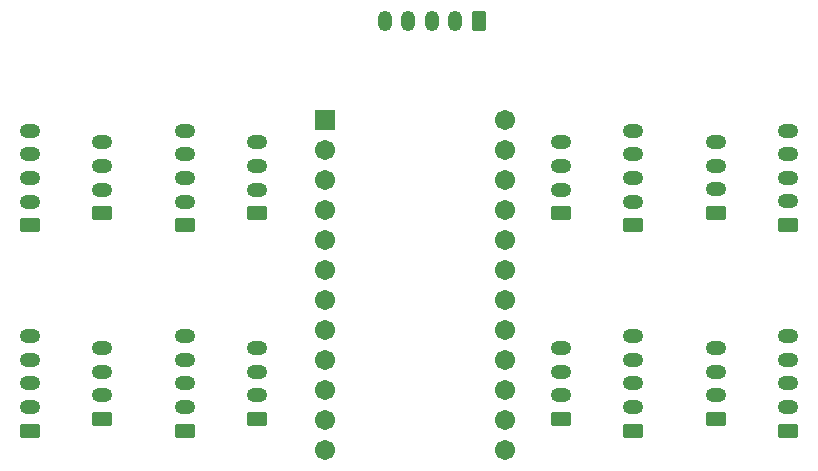
<source format=gbr>
%TF.GenerationSoftware,KiCad,Pcbnew,8.0.5*%
%TF.CreationDate,2025-12-20T23:08:16+05:30*%
%TF.ProjectId,I2C_MUX,4932435f-4d55-4582-9e6b-696361645f70,rev?*%
%TF.SameCoordinates,Original*%
%TF.FileFunction,Soldermask,Bot*%
%TF.FilePolarity,Negative*%
%FSLAX46Y46*%
G04 Gerber Fmt 4.6, Leading zero omitted, Abs format (unit mm)*
G04 Created by KiCad (PCBNEW 8.0.5) date 2025-12-20 23:08:16*
%MOMM*%
%LPD*%
G01*
G04 APERTURE LIST*
G04 Aperture macros list*
%AMRoundRect*
0 Rectangle with rounded corners*
0 $1 Rounding radius*
0 $2 $3 $4 $5 $6 $7 $8 $9 X,Y pos of 4 corners*
0 Add a 4 corners polygon primitive as box body*
4,1,4,$2,$3,$4,$5,$6,$7,$8,$9,$2,$3,0*
0 Add four circle primitives for the rounded corners*
1,1,$1+$1,$2,$3*
1,1,$1+$1,$4,$5*
1,1,$1+$1,$6,$7*
1,1,$1+$1,$8,$9*
0 Add four rect primitives between the rounded corners*
20,1,$1+$1,$2,$3,$4,$5,0*
20,1,$1+$1,$4,$5,$6,$7,0*
20,1,$1+$1,$6,$7,$8,$9,0*
20,1,$1+$1,$8,$9,$2,$3,0*%
G04 Aperture macros list end*
%ADD10RoundRect,0.250000X0.350000X0.625000X-0.350000X0.625000X-0.350000X-0.625000X0.350000X-0.625000X0*%
%ADD11O,1.200000X1.750000*%
%ADD12RoundRect,0.250000X0.625000X-0.350000X0.625000X0.350000X-0.625000X0.350000X-0.625000X-0.350000X0*%
%ADD13O,1.750000X1.200000*%
%ADD14RoundRect,0.102000X-0.754000X-0.754000X0.754000X-0.754000X0.754000X0.754000X-0.754000X0.754000X0*%
%ADD15C,1.712000*%
G04 APERTURE END LIST*
D10*
%TO.C,J1*%
X148670000Y-62390000D03*
D11*
X146670000Y-62390000D03*
X144670000Y-62390000D03*
X142670000Y-62390000D03*
X140670000Y-62390000D03*
%TD*%
D12*
%TO.C,EN3*%
X110630000Y-97050000D03*
D13*
X110630000Y-95050000D03*
X110630000Y-93050000D03*
X110630000Y-91050000D03*
X110630000Y-89050000D03*
%TD*%
D12*
%TO.C,IMU2*%
X116730000Y-78650000D03*
D13*
X116730000Y-76650000D03*
X116730000Y-74650000D03*
X116730000Y-72650000D03*
%TD*%
D12*
%TO.C,IMU5*%
X168720000Y-96050000D03*
D13*
X168720000Y-94050000D03*
X168720000Y-92050000D03*
X168720000Y-90050000D03*
%TD*%
D12*
%TO.C,EN7*%
X174820000Y-79640000D03*
D13*
X174820000Y-77640000D03*
X174820000Y-75640000D03*
X174820000Y-73640000D03*
X174820000Y-71640000D03*
%TD*%
D12*
%TO.C,IMU3*%
X116730000Y-96050000D03*
D13*
X116730000Y-94050000D03*
X116730000Y-92050000D03*
X116730000Y-90050000D03*
%TD*%
D12*
%TO.C,EN8*%
X161720000Y-79650000D03*
D13*
X161720000Y-77650000D03*
X161720000Y-75650000D03*
X161720000Y-73650000D03*
X161720000Y-71650000D03*
%TD*%
D12*
%TO.C,EN4*%
X123730000Y-97050000D03*
D13*
X123730000Y-95050000D03*
X123730000Y-93050000D03*
X123730000Y-91050000D03*
X123730000Y-89050000D03*
%TD*%
D12*
%TO.C,IMU7*%
X168720000Y-78630000D03*
D13*
X168720000Y-76630000D03*
X168720000Y-74630000D03*
X168720000Y-72630000D03*
%TD*%
D12*
%TO.C,IMU6*%
X155620000Y-96050000D03*
D13*
X155620000Y-94050000D03*
X155620000Y-92050000D03*
X155620000Y-90050000D03*
%TD*%
D12*
%TO.C,EN6*%
X161720000Y-97050000D03*
D13*
X161720000Y-95050000D03*
X161720000Y-93050000D03*
X161720000Y-91050000D03*
X161720000Y-89050000D03*
%TD*%
D12*
%TO.C,IMU8*%
X155620000Y-78650000D03*
D13*
X155620000Y-76650000D03*
X155620000Y-74650000D03*
X155620000Y-72650000D03*
%TD*%
D14*
%TO.C,U1*%
X135660000Y-70720000D03*
D15*
X135660000Y-73260000D03*
X135660000Y-75800000D03*
X135660000Y-78340000D03*
X135660000Y-80880000D03*
X135660000Y-83420000D03*
X135660000Y-85960000D03*
X135660000Y-88500000D03*
X135660000Y-91040000D03*
X135660000Y-93580000D03*
X135660000Y-96120000D03*
X135660000Y-98660000D03*
X150900000Y-98660000D03*
X150900000Y-96120000D03*
X150900000Y-93580000D03*
X150900000Y-91040000D03*
X150900000Y-88500000D03*
X150900000Y-85960000D03*
X150900000Y-83420000D03*
X150900000Y-80880000D03*
X150900000Y-78340000D03*
X150900000Y-75800000D03*
X150900000Y-73260000D03*
X150900000Y-70720000D03*
%TD*%
D12*
%TO.C,IMU4*%
X129830000Y-96050000D03*
D13*
X129830000Y-94050000D03*
X129830000Y-92050000D03*
X129830000Y-90050000D03*
%TD*%
D12*
%TO.C,EN1*%
X123730000Y-79650000D03*
D13*
X123730000Y-77650000D03*
X123730000Y-75650000D03*
X123730000Y-73650000D03*
X123730000Y-71650000D03*
%TD*%
D12*
%TO.C,EN2*%
X110630000Y-79650000D03*
D13*
X110630000Y-77650000D03*
X110630000Y-75650000D03*
X110630000Y-73650000D03*
X110630000Y-71650000D03*
%TD*%
D12*
%TO.C,EN5*%
X174820000Y-97050000D03*
D13*
X174820000Y-95050000D03*
X174820000Y-93050000D03*
X174820000Y-91050000D03*
X174820000Y-89050000D03*
%TD*%
D12*
%TO.C,IMU1*%
X129830000Y-78650000D03*
D13*
X129830000Y-76650000D03*
X129830000Y-74650000D03*
X129830000Y-72650000D03*
%TD*%
M02*

</source>
